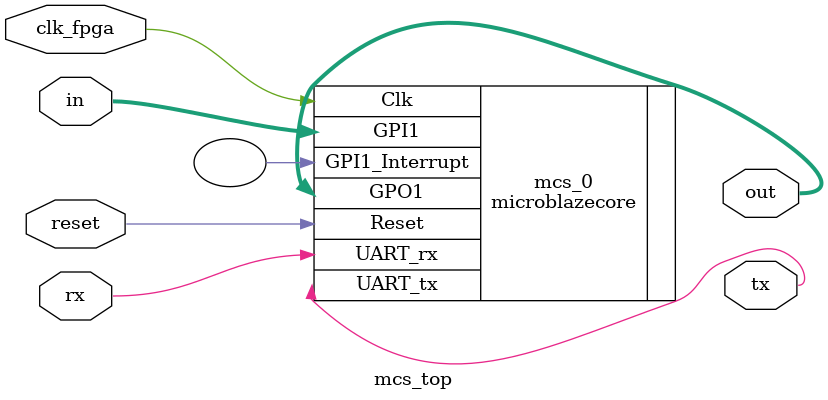
<source format=v>
`timescale 1ns / 1ps
module mcs_top(
	input clk_fpga,
	input reset,
	input rx,
	output tx,
	input [31:0] in,
	output [31:0] out
    );

microblazecore mcs_0(
	.Clk(clk_fpga),
	.Reset(reset),
	.UART_rx(rx),
	.UART_tx(tx),
	.GPI1(in),
	.GPO1(out),
	.GPI1_Interrupt()
);

endmodule

</source>
